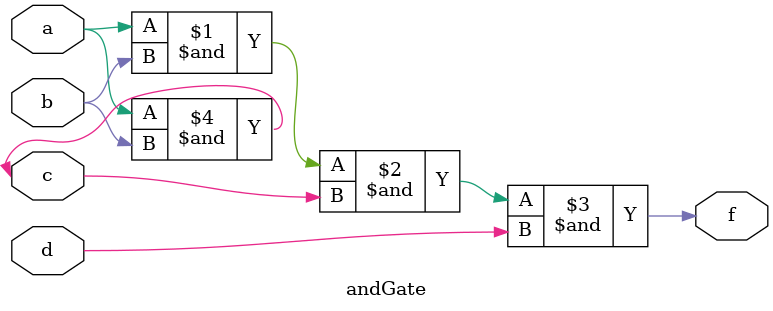
<source format=sv>
`timescale 1ns / 1ps



module andGate(
       input logic a,
       input logic b,
       input logic c,
       input logic d,
       output logic f
 );
 
 and u (f,a,b,c,d);                                                                                                                                                                                                                                                                                                                                                                                                                                                                                          and u_and(c,a,b);
endmodule


</source>
